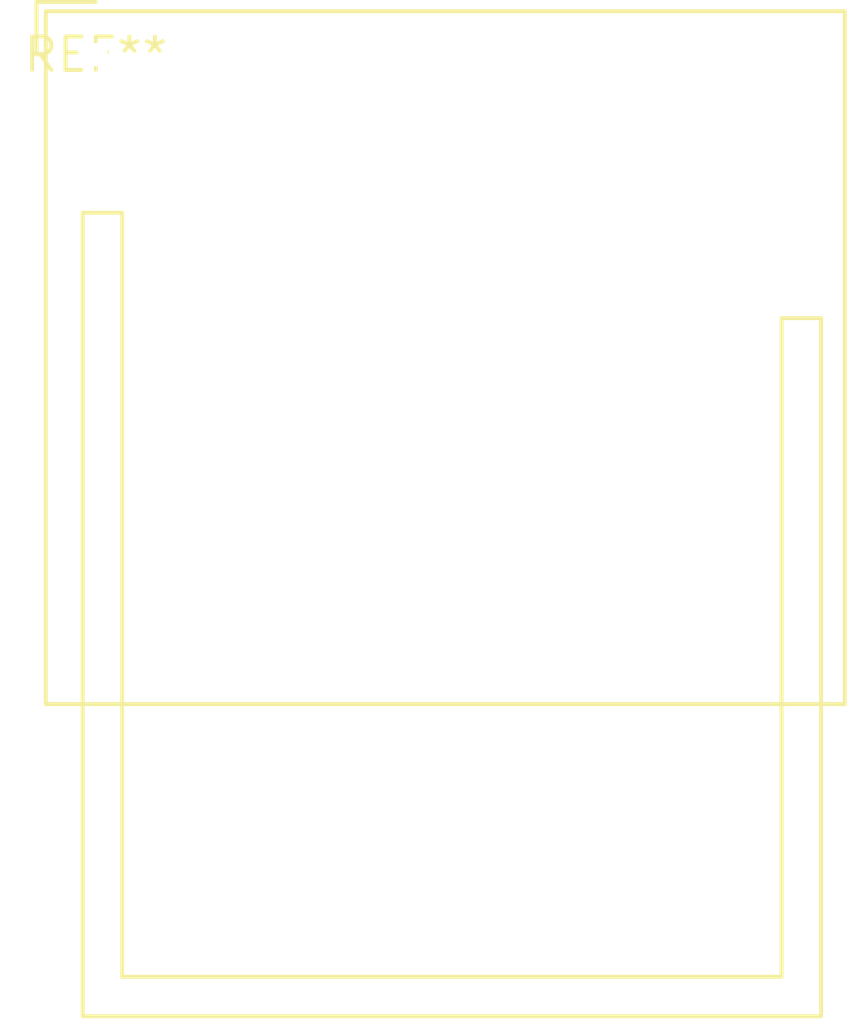
<source format=kicad_pcb>
(kicad_pcb (version 20240108) (generator pcbnew)
  (layers (0 "F.Cu" signal) (31 "B.Cu" signal) (34 "B.Paste" user) (35 "F.Paste" user) (36 "B.SilkS" user "B.Silkscreen") (37 "F.SilkS" user "F.Silkscreen") (38 "B.Mask" user) (39 "F.Mask" user) (44 "Edge.Cuts" user))
  (net 0 "")
  (footprint "TD1205" (layer "F.Cu") (at 0 0)
    (property "Reference" "REF**")
    (property "Value" "TD1205")
    (fp_line (start -2.25 -2) (end -2.25 0) (layer "F.SilkS") (stroke (width 0.15)))
    (fp_line (start -1.9 24.65) (end -1.9 -1.65) (layer "F.SilkS") (stroke (width 0.15)))
    (fp_line (start -0.5 6) (end -0.5 36.5) (layer "F.SilkS") (stroke (width 0.15)))
    (fp_line (start -0.5 6) (end 1 6) (layer "F.SilkS") (stroke (width 0.15)))
    (fp_line (start -0.48 36.5) (end 27.46 36.5) (layer "F.SilkS") (stroke (width 0.15)))
    (fp_line (start 0 -2) (end -2.25 -2) (layer "F.SilkS") (stroke (width 0.15)))
    (fp_line (start 1 35) (end 1 6) (layer "F.SilkS") (stroke (width 0.15)))
    (fp_line (start 26 10) (end 26 35) (layer "F.SilkS") (stroke (width 0.15)))
    (fp_line (start 26 35) (end 1 35) (layer "F.SilkS") (stroke (width 0.15)))
    (fp_line (start 27.5 10) (end 26 10) (layer "F.SilkS") (stroke (width 0.15)))
    (fp_line (start 27.5 36.5) (end 27.5 10) (layer "F.SilkS") (stroke (width 0.15)))
    (fp_line (start 28.4 -1.65) (end -1.9 -1.65) (layer "F.SilkS") (stroke (width 0.15)))
    (fp_line (start 28.4 -1.65) (end 28.4 24.65) (layer "F.SilkS") (stroke (width 0.15)))
    (fp_line (start 28.4 24.65) (end -1.9 24.65) (layer "F.SilkS") (stroke (width 0.15)))
    (pad "1" thru_hole rect (at 0 0 90) (size 1.905 1.905) (drill 0.89) (layers *.Cu *.Mask) (remove_unused_layers))
    (pad "2" thru_hole circle (at 26.5 0 90) (size 1.905 1.905) (drill 0.89) (layers *.Cu *.Mask) (remove_unused_layers))
    (pad "3" thru_hole circle (at 5.63 23.21 90) (size 1.905 1.905) (drill 0.89) (layers *.Cu *.Mask) (remove_unused_layers))
    (pad "4" thru_hole circle (at 8.17 23.21 90) (size 1.905 1.905) (drill 0.89) (layers *.Cu *.Mask) (remove_unused_layers))
    (pad "5" thru_hole circle (at 10.71 23.21 90) (size 1.905 1.905) (drill 0.89) (layers *.Cu *.Mask) (remove_unused_layers))
    (pad "6" thru_hole circle (at 13.25 23.21 90) (size 1.905 1.905) (drill 0.89) (layers *.Cu *.Mask) (remove_unused_layers))
    (pad "7" thru_hole circle (at 15.79 23.21 90) (size 1.905 1.905) (drill 0.89) (layers *.Cu *.Mask) (remove_unused_layers))
    (pad "8" thru_hole circle (at 18.33 23.21 90) (size 1.905 1.905) (drill 0.89) (layers *.Cu *.Mask) (remove_unused_layers))
    (pad "9" thru_hole circle (at 20.87 23.21 90) (size 1.905 1.905) (drill 0.89) (layers *.Cu *.Mask) (remove_unused_layers))
  )
)
</source>
